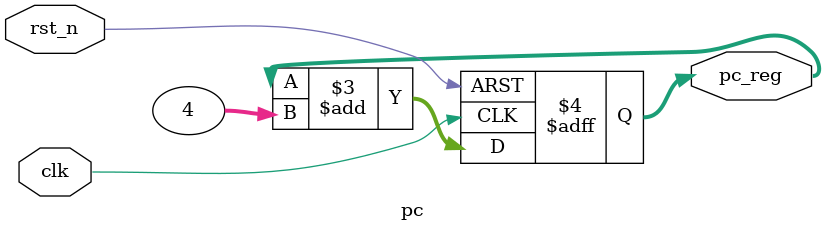
<source format=v>
module pc(/*autoport*/
//output
          pc_reg,
//input
          rst_n,
          clk);

input wire rst_n;
input wire clk;

output reg[31:0] pc_reg;

always @(posedge clk or negedge rst_n) begin
    if (!rst_n) begin
        pc_reg <= 32'b0;
    end
    else begin
        pc_reg <= pc_reg+32'd4;
    end
end

endmodule

</source>
